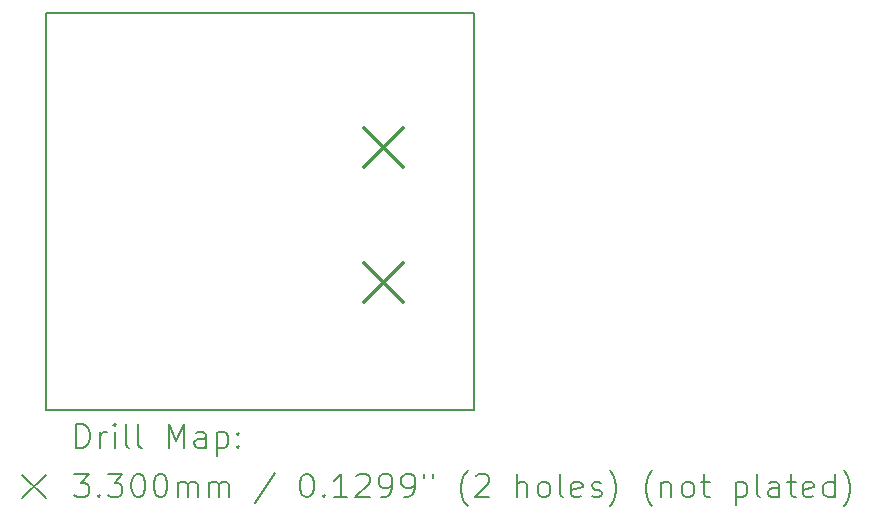
<source format=gbr>
%TF.GenerationSoftware,KiCad,Pcbnew,7.0.9*%
%TF.CreationDate,2023-12-23T15:45:47+01:00*%
%TF.ProjectId,connecting-connector-1-wire,636f6e6e-6563-4746-996e-672d636f6e6e,v1.0*%
%TF.SameCoordinates,Original*%
%TF.FileFunction,Drillmap*%
%TF.FilePolarity,Positive*%
%FSLAX45Y45*%
G04 Gerber Fmt 4.5, Leading zero omitted, Abs format (unit mm)*
G04 Created by KiCad (PCBNEW 7.0.9) date 2023-12-23 15:45:47*
%MOMM*%
%LPD*%
G01*
G04 APERTURE LIST*
%ADD10C,0.150000*%
%ADD11C,0.200000*%
%ADD12C,0.330000*%
G04 APERTURE END LIST*
D10*
X12425100Y-10126400D02*
X12425100Y-6760900D01*
X16044600Y-6760900D02*
X16044600Y-10126400D01*
X12425100Y-6760900D02*
X16044600Y-6760900D01*
X16044600Y-10126400D02*
X12425100Y-10126400D01*
D11*
D12*
X15117600Y-7738800D02*
X15447600Y-8068800D01*
X15447600Y-7738800D02*
X15117600Y-8068800D01*
X15117600Y-8882000D02*
X15447600Y-9212000D01*
X15447600Y-8882000D02*
X15117600Y-9212000D01*
D11*
X12678377Y-10445384D02*
X12678377Y-10245384D01*
X12678377Y-10245384D02*
X12725996Y-10245384D01*
X12725996Y-10245384D02*
X12754567Y-10254908D01*
X12754567Y-10254908D02*
X12773615Y-10273955D01*
X12773615Y-10273955D02*
X12783139Y-10293003D01*
X12783139Y-10293003D02*
X12792662Y-10331098D01*
X12792662Y-10331098D02*
X12792662Y-10359670D01*
X12792662Y-10359670D02*
X12783139Y-10397765D01*
X12783139Y-10397765D02*
X12773615Y-10416812D01*
X12773615Y-10416812D02*
X12754567Y-10435860D01*
X12754567Y-10435860D02*
X12725996Y-10445384D01*
X12725996Y-10445384D02*
X12678377Y-10445384D01*
X12878377Y-10445384D02*
X12878377Y-10312050D01*
X12878377Y-10350146D02*
X12887901Y-10331098D01*
X12887901Y-10331098D02*
X12897424Y-10321574D01*
X12897424Y-10321574D02*
X12916472Y-10312050D01*
X12916472Y-10312050D02*
X12935520Y-10312050D01*
X13002186Y-10445384D02*
X13002186Y-10312050D01*
X13002186Y-10245384D02*
X12992662Y-10254908D01*
X12992662Y-10254908D02*
X13002186Y-10264431D01*
X13002186Y-10264431D02*
X13011710Y-10254908D01*
X13011710Y-10254908D02*
X13002186Y-10245384D01*
X13002186Y-10245384D02*
X13002186Y-10264431D01*
X13125996Y-10445384D02*
X13106948Y-10435860D01*
X13106948Y-10435860D02*
X13097424Y-10416812D01*
X13097424Y-10416812D02*
X13097424Y-10245384D01*
X13230758Y-10445384D02*
X13211710Y-10435860D01*
X13211710Y-10435860D02*
X13202186Y-10416812D01*
X13202186Y-10416812D02*
X13202186Y-10245384D01*
X13459329Y-10445384D02*
X13459329Y-10245384D01*
X13459329Y-10245384D02*
X13525996Y-10388241D01*
X13525996Y-10388241D02*
X13592662Y-10245384D01*
X13592662Y-10245384D02*
X13592662Y-10445384D01*
X13773615Y-10445384D02*
X13773615Y-10340622D01*
X13773615Y-10340622D02*
X13764091Y-10321574D01*
X13764091Y-10321574D02*
X13745043Y-10312050D01*
X13745043Y-10312050D02*
X13706948Y-10312050D01*
X13706948Y-10312050D02*
X13687901Y-10321574D01*
X13773615Y-10435860D02*
X13754567Y-10445384D01*
X13754567Y-10445384D02*
X13706948Y-10445384D01*
X13706948Y-10445384D02*
X13687901Y-10435860D01*
X13687901Y-10435860D02*
X13678377Y-10416812D01*
X13678377Y-10416812D02*
X13678377Y-10397765D01*
X13678377Y-10397765D02*
X13687901Y-10378717D01*
X13687901Y-10378717D02*
X13706948Y-10369193D01*
X13706948Y-10369193D02*
X13754567Y-10369193D01*
X13754567Y-10369193D02*
X13773615Y-10359670D01*
X13868853Y-10312050D02*
X13868853Y-10512050D01*
X13868853Y-10321574D02*
X13887901Y-10312050D01*
X13887901Y-10312050D02*
X13925996Y-10312050D01*
X13925996Y-10312050D02*
X13945043Y-10321574D01*
X13945043Y-10321574D02*
X13954567Y-10331098D01*
X13954567Y-10331098D02*
X13964091Y-10350146D01*
X13964091Y-10350146D02*
X13964091Y-10407289D01*
X13964091Y-10407289D02*
X13954567Y-10426336D01*
X13954567Y-10426336D02*
X13945043Y-10435860D01*
X13945043Y-10435860D02*
X13925996Y-10445384D01*
X13925996Y-10445384D02*
X13887901Y-10445384D01*
X13887901Y-10445384D02*
X13868853Y-10435860D01*
X14049805Y-10426336D02*
X14059329Y-10435860D01*
X14059329Y-10435860D02*
X14049805Y-10445384D01*
X14049805Y-10445384D02*
X14040282Y-10435860D01*
X14040282Y-10435860D02*
X14049805Y-10426336D01*
X14049805Y-10426336D02*
X14049805Y-10445384D01*
X14049805Y-10321574D02*
X14059329Y-10331098D01*
X14059329Y-10331098D02*
X14049805Y-10340622D01*
X14049805Y-10340622D02*
X14040282Y-10331098D01*
X14040282Y-10331098D02*
X14049805Y-10321574D01*
X14049805Y-10321574D02*
X14049805Y-10340622D01*
X12217600Y-10673900D02*
X12417600Y-10873900D01*
X12417600Y-10673900D02*
X12217600Y-10873900D01*
X12659329Y-10665384D02*
X12783139Y-10665384D01*
X12783139Y-10665384D02*
X12716472Y-10741574D01*
X12716472Y-10741574D02*
X12745043Y-10741574D01*
X12745043Y-10741574D02*
X12764091Y-10751098D01*
X12764091Y-10751098D02*
X12773615Y-10760622D01*
X12773615Y-10760622D02*
X12783139Y-10779670D01*
X12783139Y-10779670D02*
X12783139Y-10827289D01*
X12783139Y-10827289D02*
X12773615Y-10846336D01*
X12773615Y-10846336D02*
X12764091Y-10855860D01*
X12764091Y-10855860D02*
X12745043Y-10865384D01*
X12745043Y-10865384D02*
X12687901Y-10865384D01*
X12687901Y-10865384D02*
X12668853Y-10855860D01*
X12668853Y-10855860D02*
X12659329Y-10846336D01*
X12868853Y-10846336D02*
X12878377Y-10855860D01*
X12878377Y-10855860D02*
X12868853Y-10865384D01*
X12868853Y-10865384D02*
X12859329Y-10855860D01*
X12859329Y-10855860D02*
X12868853Y-10846336D01*
X12868853Y-10846336D02*
X12868853Y-10865384D01*
X12945043Y-10665384D02*
X13068853Y-10665384D01*
X13068853Y-10665384D02*
X13002186Y-10741574D01*
X13002186Y-10741574D02*
X13030758Y-10741574D01*
X13030758Y-10741574D02*
X13049805Y-10751098D01*
X13049805Y-10751098D02*
X13059329Y-10760622D01*
X13059329Y-10760622D02*
X13068853Y-10779670D01*
X13068853Y-10779670D02*
X13068853Y-10827289D01*
X13068853Y-10827289D02*
X13059329Y-10846336D01*
X13059329Y-10846336D02*
X13049805Y-10855860D01*
X13049805Y-10855860D02*
X13030758Y-10865384D01*
X13030758Y-10865384D02*
X12973615Y-10865384D01*
X12973615Y-10865384D02*
X12954567Y-10855860D01*
X12954567Y-10855860D02*
X12945043Y-10846336D01*
X13192662Y-10665384D02*
X13211710Y-10665384D01*
X13211710Y-10665384D02*
X13230758Y-10674908D01*
X13230758Y-10674908D02*
X13240282Y-10684431D01*
X13240282Y-10684431D02*
X13249805Y-10703479D01*
X13249805Y-10703479D02*
X13259329Y-10741574D01*
X13259329Y-10741574D02*
X13259329Y-10789193D01*
X13259329Y-10789193D02*
X13249805Y-10827289D01*
X13249805Y-10827289D02*
X13240282Y-10846336D01*
X13240282Y-10846336D02*
X13230758Y-10855860D01*
X13230758Y-10855860D02*
X13211710Y-10865384D01*
X13211710Y-10865384D02*
X13192662Y-10865384D01*
X13192662Y-10865384D02*
X13173615Y-10855860D01*
X13173615Y-10855860D02*
X13164091Y-10846336D01*
X13164091Y-10846336D02*
X13154567Y-10827289D01*
X13154567Y-10827289D02*
X13145043Y-10789193D01*
X13145043Y-10789193D02*
X13145043Y-10741574D01*
X13145043Y-10741574D02*
X13154567Y-10703479D01*
X13154567Y-10703479D02*
X13164091Y-10684431D01*
X13164091Y-10684431D02*
X13173615Y-10674908D01*
X13173615Y-10674908D02*
X13192662Y-10665384D01*
X13383139Y-10665384D02*
X13402186Y-10665384D01*
X13402186Y-10665384D02*
X13421234Y-10674908D01*
X13421234Y-10674908D02*
X13430758Y-10684431D01*
X13430758Y-10684431D02*
X13440282Y-10703479D01*
X13440282Y-10703479D02*
X13449805Y-10741574D01*
X13449805Y-10741574D02*
X13449805Y-10789193D01*
X13449805Y-10789193D02*
X13440282Y-10827289D01*
X13440282Y-10827289D02*
X13430758Y-10846336D01*
X13430758Y-10846336D02*
X13421234Y-10855860D01*
X13421234Y-10855860D02*
X13402186Y-10865384D01*
X13402186Y-10865384D02*
X13383139Y-10865384D01*
X13383139Y-10865384D02*
X13364091Y-10855860D01*
X13364091Y-10855860D02*
X13354567Y-10846336D01*
X13354567Y-10846336D02*
X13345043Y-10827289D01*
X13345043Y-10827289D02*
X13335520Y-10789193D01*
X13335520Y-10789193D02*
X13335520Y-10741574D01*
X13335520Y-10741574D02*
X13345043Y-10703479D01*
X13345043Y-10703479D02*
X13354567Y-10684431D01*
X13354567Y-10684431D02*
X13364091Y-10674908D01*
X13364091Y-10674908D02*
X13383139Y-10665384D01*
X13535520Y-10865384D02*
X13535520Y-10732050D01*
X13535520Y-10751098D02*
X13545043Y-10741574D01*
X13545043Y-10741574D02*
X13564091Y-10732050D01*
X13564091Y-10732050D02*
X13592663Y-10732050D01*
X13592663Y-10732050D02*
X13611710Y-10741574D01*
X13611710Y-10741574D02*
X13621234Y-10760622D01*
X13621234Y-10760622D02*
X13621234Y-10865384D01*
X13621234Y-10760622D02*
X13630758Y-10741574D01*
X13630758Y-10741574D02*
X13649805Y-10732050D01*
X13649805Y-10732050D02*
X13678377Y-10732050D01*
X13678377Y-10732050D02*
X13697424Y-10741574D01*
X13697424Y-10741574D02*
X13706948Y-10760622D01*
X13706948Y-10760622D02*
X13706948Y-10865384D01*
X13802186Y-10865384D02*
X13802186Y-10732050D01*
X13802186Y-10751098D02*
X13811710Y-10741574D01*
X13811710Y-10741574D02*
X13830758Y-10732050D01*
X13830758Y-10732050D02*
X13859329Y-10732050D01*
X13859329Y-10732050D02*
X13878377Y-10741574D01*
X13878377Y-10741574D02*
X13887901Y-10760622D01*
X13887901Y-10760622D02*
X13887901Y-10865384D01*
X13887901Y-10760622D02*
X13897424Y-10741574D01*
X13897424Y-10741574D02*
X13916472Y-10732050D01*
X13916472Y-10732050D02*
X13945043Y-10732050D01*
X13945043Y-10732050D02*
X13964091Y-10741574D01*
X13964091Y-10741574D02*
X13973615Y-10760622D01*
X13973615Y-10760622D02*
X13973615Y-10865384D01*
X14364091Y-10655860D02*
X14192663Y-10913003D01*
X14621234Y-10665384D02*
X14640282Y-10665384D01*
X14640282Y-10665384D02*
X14659329Y-10674908D01*
X14659329Y-10674908D02*
X14668853Y-10684431D01*
X14668853Y-10684431D02*
X14678377Y-10703479D01*
X14678377Y-10703479D02*
X14687901Y-10741574D01*
X14687901Y-10741574D02*
X14687901Y-10789193D01*
X14687901Y-10789193D02*
X14678377Y-10827289D01*
X14678377Y-10827289D02*
X14668853Y-10846336D01*
X14668853Y-10846336D02*
X14659329Y-10855860D01*
X14659329Y-10855860D02*
X14640282Y-10865384D01*
X14640282Y-10865384D02*
X14621234Y-10865384D01*
X14621234Y-10865384D02*
X14602186Y-10855860D01*
X14602186Y-10855860D02*
X14592663Y-10846336D01*
X14592663Y-10846336D02*
X14583139Y-10827289D01*
X14583139Y-10827289D02*
X14573615Y-10789193D01*
X14573615Y-10789193D02*
X14573615Y-10741574D01*
X14573615Y-10741574D02*
X14583139Y-10703479D01*
X14583139Y-10703479D02*
X14592663Y-10684431D01*
X14592663Y-10684431D02*
X14602186Y-10674908D01*
X14602186Y-10674908D02*
X14621234Y-10665384D01*
X14773615Y-10846336D02*
X14783139Y-10855860D01*
X14783139Y-10855860D02*
X14773615Y-10865384D01*
X14773615Y-10865384D02*
X14764091Y-10855860D01*
X14764091Y-10855860D02*
X14773615Y-10846336D01*
X14773615Y-10846336D02*
X14773615Y-10865384D01*
X14973615Y-10865384D02*
X14859329Y-10865384D01*
X14916472Y-10865384D02*
X14916472Y-10665384D01*
X14916472Y-10665384D02*
X14897425Y-10693955D01*
X14897425Y-10693955D02*
X14878377Y-10713003D01*
X14878377Y-10713003D02*
X14859329Y-10722527D01*
X15049806Y-10684431D02*
X15059329Y-10674908D01*
X15059329Y-10674908D02*
X15078377Y-10665384D01*
X15078377Y-10665384D02*
X15125996Y-10665384D01*
X15125996Y-10665384D02*
X15145044Y-10674908D01*
X15145044Y-10674908D02*
X15154567Y-10684431D01*
X15154567Y-10684431D02*
X15164091Y-10703479D01*
X15164091Y-10703479D02*
X15164091Y-10722527D01*
X15164091Y-10722527D02*
X15154567Y-10751098D01*
X15154567Y-10751098D02*
X15040282Y-10865384D01*
X15040282Y-10865384D02*
X15164091Y-10865384D01*
X15259329Y-10865384D02*
X15297425Y-10865384D01*
X15297425Y-10865384D02*
X15316472Y-10855860D01*
X15316472Y-10855860D02*
X15325996Y-10846336D01*
X15325996Y-10846336D02*
X15345044Y-10817765D01*
X15345044Y-10817765D02*
X15354567Y-10779670D01*
X15354567Y-10779670D02*
X15354567Y-10703479D01*
X15354567Y-10703479D02*
X15345044Y-10684431D01*
X15345044Y-10684431D02*
X15335520Y-10674908D01*
X15335520Y-10674908D02*
X15316472Y-10665384D01*
X15316472Y-10665384D02*
X15278377Y-10665384D01*
X15278377Y-10665384D02*
X15259329Y-10674908D01*
X15259329Y-10674908D02*
X15249806Y-10684431D01*
X15249806Y-10684431D02*
X15240282Y-10703479D01*
X15240282Y-10703479D02*
X15240282Y-10751098D01*
X15240282Y-10751098D02*
X15249806Y-10770146D01*
X15249806Y-10770146D02*
X15259329Y-10779670D01*
X15259329Y-10779670D02*
X15278377Y-10789193D01*
X15278377Y-10789193D02*
X15316472Y-10789193D01*
X15316472Y-10789193D02*
X15335520Y-10779670D01*
X15335520Y-10779670D02*
X15345044Y-10770146D01*
X15345044Y-10770146D02*
X15354567Y-10751098D01*
X15449806Y-10865384D02*
X15487901Y-10865384D01*
X15487901Y-10865384D02*
X15506948Y-10855860D01*
X15506948Y-10855860D02*
X15516472Y-10846336D01*
X15516472Y-10846336D02*
X15535520Y-10817765D01*
X15535520Y-10817765D02*
X15545044Y-10779670D01*
X15545044Y-10779670D02*
X15545044Y-10703479D01*
X15545044Y-10703479D02*
X15535520Y-10684431D01*
X15535520Y-10684431D02*
X15525996Y-10674908D01*
X15525996Y-10674908D02*
X15506948Y-10665384D01*
X15506948Y-10665384D02*
X15468853Y-10665384D01*
X15468853Y-10665384D02*
X15449806Y-10674908D01*
X15449806Y-10674908D02*
X15440282Y-10684431D01*
X15440282Y-10684431D02*
X15430758Y-10703479D01*
X15430758Y-10703479D02*
X15430758Y-10751098D01*
X15430758Y-10751098D02*
X15440282Y-10770146D01*
X15440282Y-10770146D02*
X15449806Y-10779670D01*
X15449806Y-10779670D02*
X15468853Y-10789193D01*
X15468853Y-10789193D02*
X15506948Y-10789193D01*
X15506948Y-10789193D02*
X15525996Y-10779670D01*
X15525996Y-10779670D02*
X15535520Y-10770146D01*
X15535520Y-10770146D02*
X15545044Y-10751098D01*
X15621234Y-10665384D02*
X15621234Y-10703479D01*
X15697425Y-10665384D02*
X15697425Y-10703479D01*
X15992663Y-10941574D02*
X15983139Y-10932050D01*
X15983139Y-10932050D02*
X15964091Y-10903479D01*
X15964091Y-10903479D02*
X15954568Y-10884431D01*
X15954568Y-10884431D02*
X15945044Y-10855860D01*
X15945044Y-10855860D02*
X15935520Y-10808241D01*
X15935520Y-10808241D02*
X15935520Y-10770146D01*
X15935520Y-10770146D02*
X15945044Y-10722527D01*
X15945044Y-10722527D02*
X15954568Y-10693955D01*
X15954568Y-10693955D02*
X15964091Y-10674908D01*
X15964091Y-10674908D02*
X15983139Y-10646336D01*
X15983139Y-10646336D02*
X15992663Y-10636812D01*
X16059329Y-10684431D02*
X16068853Y-10674908D01*
X16068853Y-10674908D02*
X16087901Y-10665384D01*
X16087901Y-10665384D02*
X16135520Y-10665384D01*
X16135520Y-10665384D02*
X16154568Y-10674908D01*
X16154568Y-10674908D02*
X16164091Y-10684431D01*
X16164091Y-10684431D02*
X16173615Y-10703479D01*
X16173615Y-10703479D02*
X16173615Y-10722527D01*
X16173615Y-10722527D02*
X16164091Y-10751098D01*
X16164091Y-10751098D02*
X16049806Y-10865384D01*
X16049806Y-10865384D02*
X16173615Y-10865384D01*
X16411710Y-10865384D02*
X16411710Y-10665384D01*
X16497425Y-10865384D02*
X16497425Y-10760622D01*
X16497425Y-10760622D02*
X16487901Y-10741574D01*
X16487901Y-10741574D02*
X16468853Y-10732050D01*
X16468853Y-10732050D02*
X16440282Y-10732050D01*
X16440282Y-10732050D02*
X16421234Y-10741574D01*
X16421234Y-10741574D02*
X16411710Y-10751098D01*
X16621234Y-10865384D02*
X16602187Y-10855860D01*
X16602187Y-10855860D02*
X16592663Y-10846336D01*
X16592663Y-10846336D02*
X16583139Y-10827289D01*
X16583139Y-10827289D02*
X16583139Y-10770146D01*
X16583139Y-10770146D02*
X16592663Y-10751098D01*
X16592663Y-10751098D02*
X16602187Y-10741574D01*
X16602187Y-10741574D02*
X16621234Y-10732050D01*
X16621234Y-10732050D02*
X16649806Y-10732050D01*
X16649806Y-10732050D02*
X16668853Y-10741574D01*
X16668853Y-10741574D02*
X16678377Y-10751098D01*
X16678377Y-10751098D02*
X16687901Y-10770146D01*
X16687901Y-10770146D02*
X16687901Y-10827289D01*
X16687901Y-10827289D02*
X16678377Y-10846336D01*
X16678377Y-10846336D02*
X16668853Y-10855860D01*
X16668853Y-10855860D02*
X16649806Y-10865384D01*
X16649806Y-10865384D02*
X16621234Y-10865384D01*
X16802187Y-10865384D02*
X16783139Y-10855860D01*
X16783139Y-10855860D02*
X16773615Y-10836812D01*
X16773615Y-10836812D02*
X16773615Y-10665384D01*
X16954568Y-10855860D02*
X16935520Y-10865384D01*
X16935520Y-10865384D02*
X16897425Y-10865384D01*
X16897425Y-10865384D02*
X16878377Y-10855860D01*
X16878377Y-10855860D02*
X16868853Y-10836812D01*
X16868853Y-10836812D02*
X16868853Y-10760622D01*
X16868853Y-10760622D02*
X16878377Y-10741574D01*
X16878377Y-10741574D02*
X16897425Y-10732050D01*
X16897425Y-10732050D02*
X16935520Y-10732050D01*
X16935520Y-10732050D02*
X16954568Y-10741574D01*
X16954568Y-10741574D02*
X16964092Y-10760622D01*
X16964092Y-10760622D02*
X16964092Y-10779670D01*
X16964092Y-10779670D02*
X16868853Y-10798717D01*
X17040282Y-10855860D02*
X17059330Y-10865384D01*
X17059330Y-10865384D02*
X17097425Y-10865384D01*
X17097425Y-10865384D02*
X17116473Y-10855860D01*
X17116473Y-10855860D02*
X17125996Y-10836812D01*
X17125996Y-10836812D02*
X17125996Y-10827289D01*
X17125996Y-10827289D02*
X17116473Y-10808241D01*
X17116473Y-10808241D02*
X17097425Y-10798717D01*
X17097425Y-10798717D02*
X17068853Y-10798717D01*
X17068853Y-10798717D02*
X17049806Y-10789193D01*
X17049806Y-10789193D02*
X17040282Y-10770146D01*
X17040282Y-10770146D02*
X17040282Y-10760622D01*
X17040282Y-10760622D02*
X17049806Y-10741574D01*
X17049806Y-10741574D02*
X17068853Y-10732050D01*
X17068853Y-10732050D02*
X17097425Y-10732050D01*
X17097425Y-10732050D02*
X17116473Y-10741574D01*
X17192663Y-10941574D02*
X17202187Y-10932050D01*
X17202187Y-10932050D02*
X17221234Y-10903479D01*
X17221234Y-10903479D02*
X17230758Y-10884431D01*
X17230758Y-10884431D02*
X17240282Y-10855860D01*
X17240282Y-10855860D02*
X17249806Y-10808241D01*
X17249806Y-10808241D02*
X17249806Y-10770146D01*
X17249806Y-10770146D02*
X17240282Y-10722527D01*
X17240282Y-10722527D02*
X17230758Y-10693955D01*
X17230758Y-10693955D02*
X17221234Y-10674908D01*
X17221234Y-10674908D02*
X17202187Y-10646336D01*
X17202187Y-10646336D02*
X17192663Y-10636812D01*
X17554568Y-10941574D02*
X17545044Y-10932050D01*
X17545044Y-10932050D02*
X17525996Y-10903479D01*
X17525996Y-10903479D02*
X17516473Y-10884431D01*
X17516473Y-10884431D02*
X17506949Y-10855860D01*
X17506949Y-10855860D02*
X17497425Y-10808241D01*
X17497425Y-10808241D02*
X17497425Y-10770146D01*
X17497425Y-10770146D02*
X17506949Y-10722527D01*
X17506949Y-10722527D02*
X17516473Y-10693955D01*
X17516473Y-10693955D02*
X17525996Y-10674908D01*
X17525996Y-10674908D02*
X17545044Y-10646336D01*
X17545044Y-10646336D02*
X17554568Y-10636812D01*
X17630758Y-10732050D02*
X17630758Y-10865384D01*
X17630758Y-10751098D02*
X17640282Y-10741574D01*
X17640282Y-10741574D02*
X17659330Y-10732050D01*
X17659330Y-10732050D02*
X17687901Y-10732050D01*
X17687901Y-10732050D02*
X17706949Y-10741574D01*
X17706949Y-10741574D02*
X17716473Y-10760622D01*
X17716473Y-10760622D02*
X17716473Y-10865384D01*
X17840282Y-10865384D02*
X17821234Y-10855860D01*
X17821234Y-10855860D02*
X17811711Y-10846336D01*
X17811711Y-10846336D02*
X17802187Y-10827289D01*
X17802187Y-10827289D02*
X17802187Y-10770146D01*
X17802187Y-10770146D02*
X17811711Y-10751098D01*
X17811711Y-10751098D02*
X17821234Y-10741574D01*
X17821234Y-10741574D02*
X17840282Y-10732050D01*
X17840282Y-10732050D02*
X17868854Y-10732050D01*
X17868854Y-10732050D02*
X17887901Y-10741574D01*
X17887901Y-10741574D02*
X17897425Y-10751098D01*
X17897425Y-10751098D02*
X17906949Y-10770146D01*
X17906949Y-10770146D02*
X17906949Y-10827289D01*
X17906949Y-10827289D02*
X17897425Y-10846336D01*
X17897425Y-10846336D02*
X17887901Y-10855860D01*
X17887901Y-10855860D02*
X17868854Y-10865384D01*
X17868854Y-10865384D02*
X17840282Y-10865384D01*
X17964092Y-10732050D02*
X18040282Y-10732050D01*
X17992663Y-10665384D02*
X17992663Y-10836812D01*
X17992663Y-10836812D02*
X18002187Y-10855860D01*
X18002187Y-10855860D02*
X18021234Y-10865384D01*
X18021234Y-10865384D02*
X18040282Y-10865384D01*
X18259330Y-10732050D02*
X18259330Y-10932050D01*
X18259330Y-10741574D02*
X18278377Y-10732050D01*
X18278377Y-10732050D02*
X18316473Y-10732050D01*
X18316473Y-10732050D02*
X18335520Y-10741574D01*
X18335520Y-10741574D02*
X18345044Y-10751098D01*
X18345044Y-10751098D02*
X18354568Y-10770146D01*
X18354568Y-10770146D02*
X18354568Y-10827289D01*
X18354568Y-10827289D02*
X18345044Y-10846336D01*
X18345044Y-10846336D02*
X18335520Y-10855860D01*
X18335520Y-10855860D02*
X18316473Y-10865384D01*
X18316473Y-10865384D02*
X18278377Y-10865384D01*
X18278377Y-10865384D02*
X18259330Y-10855860D01*
X18468854Y-10865384D02*
X18449806Y-10855860D01*
X18449806Y-10855860D02*
X18440282Y-10836812D01*
X18440282Y-10836812D02*
X18440282Y-10665384D01*
X18630758Y-10865384D02*
X18630758Y-10760622D01*
X18630758Y-10760622D02*
X18621235Y-10741574D01*
X18621235Y-10741574D02*
X18602187Y-10732050D01*
X18602187Y-10732050D02*
X18564092Y-10732050D01*
X18564092Y-10732050D02*
X18545044Y-10741574D01*
X18630758Y-10855860D02*
X18611711Y-10865384D01*
X18611711Y-10865384D02*
X18564092Y-10865384D01*
X18564092Y-10865384D02*
X18545044Y-10855860D01*
X18545044Y-10855860D02*
X18535520Y-10836812D01*
X18535520Y-10836812D02*
X18535520Y-10817765D01*
X18535520Y-10817765D02*
X18545044Y-10798717D01*
X18545044Y-10798717D02*
X18564092Y-10789193D01*
X18564092Y-10789193D02*
X18611711Y-10789193D01*
X18611711Y-10789193D02*
X18630758Y-10779670D01*
X18697425Y-10732050D02*
X18773615Y-10732050D01*
X18725996Y-10665384D02*
X18725996Y-10836812D01*
X18725996Y-10836812D02*
X18735520Y-10855860D01*
X18735520Y-10855860D02*
X18754568Y-10865384D01*
X18754568Y-10865384D02*
X18773615Y-10865384D01*
X18916473Y-10855860D02*
X18897425Y-10865384D01*
X18897425Y-10865384D02*
X18859330Y-10865384D01*
X18859330Y-10865384D02*
X18840282Y-10855860D01*
X18840282Y-10855860D02*
X18830758Y-10836812D01*
X18830758Y-10836812D02*
X18830758Y-10760622D01*
X18830758Y-10760622D02*
X18840282Y-10741574D01*
X18840282Y-10741574D02*
X18859330Y-10732050D01*
X18859330Y-10732050D02*
X18897425Y-10732050D01*
X18897425Y-10732050D02*
X18916473Y-10741574D01*
X18916473Y-10741574D02*
X18925996Y-10760622D01*
X18925996Y-10760622D02*
X18925996Y-10779670D01*
X18925996Y-10779670D02*
X18830758Y-10798717D01*
X19097425Y-10865384D02*
X19097425Y-10665384D01*
X19097425Y-10855860D02*
X19078377Y-10865384D01*
X19078377Y-10865384D02*
X19040282Y-10865384D01*
X19040282Y-10865384D02*
X19021235Y-10855860D01*
X19021235Y-10855860D02*
X19011711Y-10846336D01*
X19011711Y-10846336D02*
X19002187Y-10827289D01*
X19002187Y-10827289D02*
X19002187Y-10770146D01*
X19002187Y-10770146D02*
X19011711Y-10751098D01*
X19011711Y-10751098D02*
X19021235Y-10741574D01*
X19021235Y-10741574D02*
X19040282Y-10732050D01*
X19040282Y-10732050D02*
X19078377Y-10732050D01*
X19078377Y-10732050D02*
X19097425Y-10741574D01*
X19173616Y-10941574D02*
X19183139Y-10932050D01*
X19183139Y-10932050D02*
X19202187Y-10903479D01*
X19202187Y-10903479D02*
X19211711Y-10884431D01*
X19211711Y-10884431D02*
X19221235Y-10855860D01*
X19221235Y-10855860D02*
X19230758Y-10808241D01*
X19230758Y-10808241D02*
X19230758Y-10770146D01*
X19230758Y-10770146D02*
X19221235Y-10722527D01*
X19221235Y-10722527D02*
X19211711Y-10693955D01*
X19211711Y-10693955D02*
X19202187Y-10674908D01*
X19202187Y-10674908D02*
X19183139Y-10646336D01*
X19183139Y-10646336D02*
X19173616Y-10636812D01*
M02*

</source>
